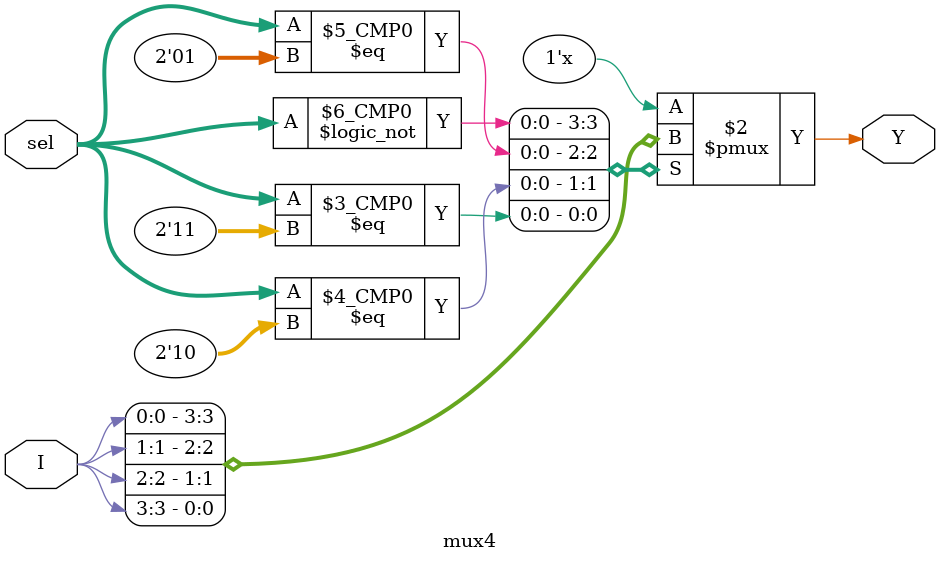
<source format=v>
`timescale 1ns / 1ps


module mux4(
input [3:0]I,
input [1:0]sel,
output reg Y
    );
always @ (*)
begin
case (sel) 
    2'b00 : Y = I[0];
    2'b01 : Y = I[1];
    2'b10 : Y = I[2];
    2'b11 : Y = I[3];
    default: Y = I[0];
   endcase
 end
      
endmodule

</source>
